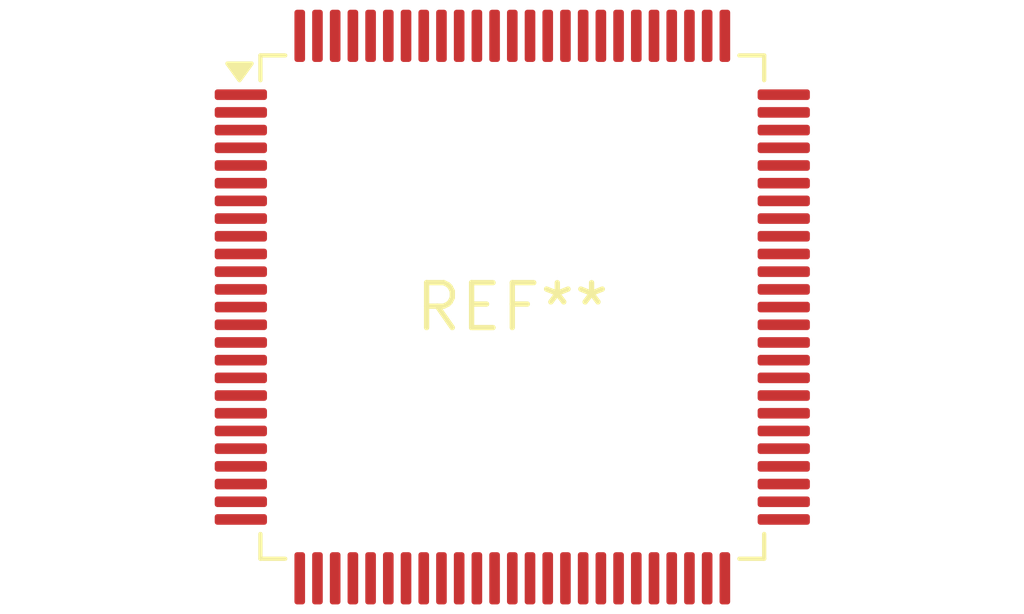
<source format=kicad_pcb>
(kicad_pcb (version 20240108) (generator pcbnew)
  (layers (0 "F.Cu" signal) (31 "B.Cu" signal) (34 "B.Paste" user) (35 "F.Paste" user) (36 "B.SilkS" user "B.Silkscreen") (37 "F.SilkS" user "F.Silkscreen") (38 "B.Mask" user) (39 "F.Mask" user) (44 "Edge.Cuts" user))
  (net 0 "")
  (footprint "TQFP-100_14x14mm_P0.5mm" (layer "F.Cu") (at 0 0)
    (property "Reference" "REF**")
    (property "Value" "TQFP-100_14x14mm_P0.5mm")
    (fp_line (start -7.11 -7.11) (end -7.11 -6.41) (layer "F.SilkS") (stroke (width 0.12)))
    (fp_line (start -7.11 7.11) (end -7.11 6.41) (layer "F.SilkS") (stroke (width 0.12)))
    (fp_line (start -6.41 -7.11) (end -7.11 -7.11) (layer "F.SilkS") (stroke (width 0.12)))
    (fp_line (start -6.41 7.11) (end -7.11 7.11) (layer "F.SilkS") (stroke (width 0.12)))
    (fp_line (start 6.41 -7.11) (end 7.11 -7.11) (layer "F.SilkS") (stroke (width 0.12)))
    (fp_line (start 6.41 7.11) (end 7.11 7.11) (layer "F.SilkS") (stroke (width 0.12)))
    (fp_line (start 7.11 -7.11) (end 7.11 -6.41) (layer "F.SilkS") (stroke (width 0.12)))
    (fp_line (start 7.11 7.11) (end 7.11 6.41) (layer "F.SilkS") (stroke (width 0.12)))
    (fp_poly (pts (xy -7.7 -6.41) (xy -8.04 -6.88) (xy -7.36 -6.88) (xy -7.7 -6.41)) (layer "F.SilkS") (stroke (width 0.12)) (fill solid))
    (pad "1" smd roundrect (at -7.6625 -6) (size 1.475 0.3) (layers "F.Cu" "F.Paste" "F.Mask"))
    (pad "2" smd roundrect (at -7.6625 -5.5) (size 1.475 0.3) (layers "F.Cu" "F.Paste" "F.Mask"))
    (pad "3" smd roundrect (at -7.6625 -5) (size 1.475 0.3) (layers "F.Cu" "F.Paste" "F.Mask"))
    (pad "4" smd roundrect (at -7.6625 -4.5) (size 1.475 0.3) (layers "F.Cu" "F.Paste" "F.Mask"))
    (pad "5" smd roundrect (at -7.6625 -4) (size 1.475 0.3) (layers "F.Cu" "F.Paste" "F.Mask"))
    (pad "6" smd roundrect (at -7.6625 -3.5) (size 1.475 0.3) (layers "F.Cu" "F.Paste" "F.Mask"))
    (pad "7" smd roundrect (at -7.6625 -3) (size 1.475 0.3) (layers "F.Cu" "F.Paste" "F.Mask"))
    (pad "8" smd roundrect (at -7.6625 -2.5) (size 1.475 0.3) (layers "F.Cu" "F.Paste" "F.Mask"))
    (pad "9" smd roundrect (at -7.6625 -2) (size 1.475 0.3) (layers "F.Cu" "F.Paste" "F.Mask"))
    (pad "10" smd roundrect (at -7.6625 -1.5) (size 1.475 0.3) (layers "F.Cu" "F.Paste" "F.Mask"))
    (pad "11" smd roundrect (at -7.6625 -1) (size 1.475 0.3) (layers "F.Cu" "F.Paste" "F.Mask"))
    (pad "12" smd roundrect (at -7.6625 -0.5) (size 1.475 0.3) (layers "F.Cu" "F.Paste" "F.Mask"))
    (pad "13" smd roundrect (at -7.6625 0) (size 1.475 0.3) (layers "F.Cu" "F.Paste" "F.Mask"))
    (pad "14" smd roundrect (at -7.6625 0.5) (size 1.475 0.3) (layers "F.Cu" "F.Paste" "F.Mask"))
    (pad "15" smd roundrect (at -7.6625 1) (size 1.475 0.3) (layers "F.Cu" "F.Paste" "F.Mask"))
    (pad "16" smd roundrect (at -7.6625 1.5) (size 1.475 0.3) (layers "F.Cu" "F.Paste" "F.Mask"))
    (pad "17" smd roundrect (at -7.6625 2) (size 1.475 0.3) (layers "F.Cu" "F.Paste" "F.Mask"))
    (pad "18" smd roundrect (at -7.6625 2.5) (size 1.475 0.3) (layers "F.Cu" "F.Paste" "F.Mask"))
    (pad "19" smd roundrect (at -7.6625 3) (size 1.475 0.3) (layers "F.Cu" "F.Paste" "F.Mask"))
    (pad "20" smd roundrect (at -7.6625 3.5) (size 1.475 0.3) (layers "F.Cu" "F.Paste" "F.Mask"))
    (pad "21" smd roundrect (at -7.6625 4) (size 1.475 0.3) (layers "F.Cu" "F.Paste" "F.Mask"))
    (pad "22" smd roundrect (at -7.6625 4.5) (size 1.475 0.3) (layers "F.Cu" "F.Paste" "F.Mask"))
    (pad "23" smd roundrect (at -7.6625 5) (size 1.475 0.3) (layers "F.Cu" "F.Paste" "F.Mask"))
    (pad "24" smd roundrect (at -7.6625 5.5) (size 1.475 0.3) (layers "F.Cu" "F.Paste" "F.Mask"))
    (pad "25" smd roundrect (at -7.6625 6) (size 1.475 0.3) (layers "F.Cu" "F.Paste" "F.Mask"))
    (pad "26" smd roundrect (at -6 7.6625) (size 0.3 1.475) (layers "F.Cu" "F.Paste" "F.Mask"))
    (pad "27" smd roundrect (at -5.5 7.6625) (size 0.3 1.475) (layers "F.Cu" "F.Paste" "F.Mask"))
    (pad "28" smd roundrect (at -5 7.6625) (size 0.3 1.475) (layers "F.Cu" "F.Paste" "F.Mask"))
    (pad "29" smd roundrect (at -4.5 7.6625) (size 0.3 1.475) (layers "F.Cu" "F.Paste" "F.Mask"))
    (pad "30" smd roundrect (at -4 7.6625) (size 0.3 1.475) (layers "F.Cu" "F.Paste" "F.Mask"))
    (pad "31" smd roundrect (at -3.5 7.6625) (size 0.3 1.475) (layers "F.Cu" "F.Paste" "F.Mask"))
    (pad "32" smd roundrect (at -3 7.6625) (size 0.3 1.475) (layers "F.Cu" "F.Paste" "F.Mask"))
    (pad "33" smd roundrect (at -2.5 7.6625) (size 0.3 1.475) (layers "F.Cu" "F.Paste" "F.Mask"))
    (pad "34" smd roundrect (at -2 7.6625) (size 0.3 1.475) (layers "F.Cu" "F.Paste" "F.Mask"))
    (pad "35" smd roundrect (at -1.5 7.6625) (size 0.3 1.475) (layers "F.Cu" "F.Paste" "F.Mask"))
    (pad "36" smd roundrect (at -1 7.6625) (size 0.3 1.475) (layers "F.Cu" "F.Paste" "F.Mask"))
    (pad "37" smd roundrect (at -0.5 7.6625) (size 0.3 1.475) (layers "F.Cu" "F.Paste" "F.Mask"))
    (pad "38" smd roundrect (at 0 7.6625) (size 0.3 1.475) (layers "F.Cu" "F.Paste" "F.Mask"))
    (pad "39" smd roundrect (at 0.5 7.6625) (size 0.3 1.475) (layers "F.Cu" "F.Paste" "F.Mask"))
    (pad "40" smd roundrect (at 1 7.6625) (size 0.3 1.475) (layers "F.Cu" "F.Paste" "F.Mask"))
    (pad "41" smd roundrect (at 1.5 7.6625) (size 0.3 1.475) (layers "F.Cu" "F.Paste" "F.Mask"))
    (pad "42" smd roundrect (at 2 7.6625) (size 0.3 1.475) (layers "F.Cu" "F.Paste" "F.Mask"))
    (pad "43" smd roundrect (at 2.5 7.6625) (size 0.3 1.475) (layers "F.Cu" "F.Paste" "F.Mask"))
    (pad "44" smd roundrect (at 3 7.6625) (size 0.3 1.475) (layers "F.Cu" "F.Paste" "F.Mask"))
    (pad "45" smd roundrect (at 3.5 7.6625) (size 0.3 1.475) (layers "F.Cu" "F.Paste" "F.Mask"))
    (pad "46" smd roundrect (at 4 7.6625) (size 0.3 1.475) (layers "F.Cu" "F.Paste" "F.Mask"))
    (pad "47" smd roundrect (at 4.5 7.6625) (size 0.3 1.475) (layers "F.Cu" "F.Paste" "F.Mask"))
    (pad "48" smd roundrect (at 5 7.6625) (size 0.3 1.475) (layers "F.Cu" "F.Paste" "F.Mask"))
    (pad "49" smd roundrect (at 5.5 7.6625) (size 0.3 1.475) (layers "F.Cu" "F.Paste" "F.Mask"))
    (pad "50" smd roundrect (at 6 7.6625) (size 0.3 1.475) (layers "F.Cu" "F.Paste" "F.Mask"))
    (pad "51" smd roundrect (at 7.6625 6) (size 1.475 0.3) (layers "F.Cu" "F.Paste" "F.Mask"))
    (pad "52" smd roundrect (at 7.6625 5.5) (size 1.475 0.3) (layers "F.Cu" "F.Paste" "F.Mask"))
    (pad "53" smd roundrect (at 7.6625 5) (size 1.475 0.3) (layers "F.Cu" "F.Paste" "F.Mask"))
    (pad "54" smd roundrect (at 7.6625 4.5) (size 1.475 0.3) (layers "F.Cu" "F.Paste" "F.Mask"))
    (pad "55" smd roundrect (at 7.6625 4) (size 1.475 0.3) (layers "F.Cu" "F.Paste" "F.Mask"))
    (pad "56" smd roundrect (at 7.6625 3.5) (size 1.475 0.3) (layers "F.Cu" "F.Paste" "F.Mask"))
    (pad "57" smd roundrect (at 7.6625 3) (size 1.475 0.3) (layers "F.Cu" "F.Paste" "F.Mask"))
    (pad "58" smd roundrect (at 7.6625 2.5) (size 1.475 0.3) (layers "F.Cu" "F.Paste" "F.Mask"))
    (pad "59" smd roundrect (at 7.6625 2) (size 1.475 0.3) (layers "F.Cu" "F.Paste" "F.Mask"))
    (pad "60" smd roundrect (at 7.6625 1.5) (size 1.475 0.3) (layers "F.Cu" "F.Paste" "F.Mask"))
    (pad "61" smd roundrect (at 7.6625 1) (size 1.475 0.3) (layers "F.Cu" "F.Paste" "F.Mask"))
    (pad "62" smd roundrect (at 7.6625 0.5) (size 1.475 0.3) (layers "F.Cu" "F.Paste" "F.Mask"))
    (pad "63" smd roundrect (at 7.6625 0) (size 1.475 0.3) (layers "F.Cu" "F.Paste" "F.Mask"))
    (pad "64" smd roundrect (at 7.6625 -0.5) (size 1.475 0.3) (layers "F.Cu" "F.Paste" "F.Mask"))
    (pad "65" smd roundrect (at 7.6625 -1) (size 1.475 0.3) (layers "F.Cu" "F.Paste" "F.Mask"))
    (pad "66" smd roundrect (at 7.6625 -1.5) (size 1.475 0.3) (layers "F.Cu" "F.Paste" "F.Mask"))
    (pad "67" smd roundrect (at 7.6625 -2) (size 1.475 0.3) (layers "F.Cu" "F.Paste" "F.Mask"))
    (pad "68" smd roundrect (at 7.6625 -2.5) (size 1.475 0.3) (layers "F.Cu" "F.Paste" "F.Mask"))
    (pad "69" smd roundrect (at 7.6625 -3) (size 1.475 0.3) (layers "F.Cu" "F.Paste" "F.Mask"))
    (pad "70" smd roundrect (at 7.6625 -3.5) (size 1.475 0.3) (layers "F.Cu" "F.Paste" "F.Mask"))
    (pad "71" smd roundrect (at 7.6625 -4) (size 1.475 0.3) (layers "F.Cu" "F.Paste" "F.Mask"))
    (pad "72" smd roundrect (at 7.6625 -4.5) (size 1.475 0.3) (layers "F.Cu" "F.Paste" "F.Mask"))
    (pad "73" smd roundrect (at 7.6625 -5) (size 1.475 0.3) (layers "F.Cu" "F.Paste" "F.Mask"))
    (pad "74" smd roundrect (at 7.6625 -5.5) (size 1.475 0.3) (layers "F.Cu" "F.Paste" "F.Mask"))
    (pad "75" smd roundrect (at 7.6625 -6) (size 1.475 0.3) (layers "F.Cu" "F.Paste" "F.Mask"))
    (pad "76" smd roundrect (at 6 -7.6625) (size 0.3 1.475) (layers "F.Cu" "F.Paste" "F.Mask"))
    (pad "77" smd roundrect (at 5.5 -7.6625) (size 0.3 1.475) (layers "F.Cu" "F.Paste" "F.Mask"))
    (pad "78" smd roundrect (at 5 -7.6625) (size 0.3 1.475) (layers "F.Cu" "F.Paste" "F.Mask"))
    (pad "79" smd roundrect (at 4.5 -7.6625) (size 0.3 1.475) (layers "F.Cu" "F.Paste" "F.Mask"))
    (pad "80" smd roundrect (at 4 -7.6625) (size 0.3 1.475) (layers "F.Cu" "F.Paste" "F.Mask"))
    (pad "81" smd roundrect (at 3.5 -7.6625) (size 0.3 1.475) (layers "F.Cu" "F.Paste" "F.Mask"))
    (pad "82" smd roundrect (at 3 -7.6625) (size 0.3 1.475) (layers "F.Cu" "F.Paste" "F.Mask"))
    (pad "83" smd roundrect (at 2.5 -7.6625) (size 0.3 1.475) (layers "F.Cu" "F.Paste" "F.Mask"))
    (pad "84" smd roundrect (at 2 -7.6625) (size 0.3 1.475) (layers "F.Cu" "F.Paste" "F.Mask"))
    (pad "85" smd roundrect (at 1.5 -7.6625) (size 0.3 1.475) (layers "F.Cu" "F.Paste" "F.Mask"))
    (pad "86" smd roundrect (at 1 -7.6625) (size 0.3 1.475) (layers "F.Cu" "F.Paste" "F.Mask"))
    (pad "87" smd roundrect (at 0.5 -7.6625) (size 0.3 1.475) (layers "F.Cu" "F.Paste" "F.Mask"))
    (pad "88" smd roundrect (at 0 -7.6625) (size 0.3 1.475) (layers "F.Cu" "F.Paste" "F.Mask"))
    (pad "89" smd roundrect (at -0.5 -7.6625) (size 0.3 1.475) (layers "F.Cu" "F.Paste" "F.Mask"))
    (pad "90" smd roundrect (at -1 -7.6625) (size 0.3 1.475) (layers "F.Cu" "F.Paste" "F.Mask"))
    (pad "91" smd roundrect (at -1.5 -7.6625) (size 0.3 1.475) (layers "F.Cu" "F.Paste" "F.Mask"))
    (pad "92" smd roundrect (at -2 -7.6625) (size 0.3 1.475) (layers "F.Cu" "F.Paste" "F.Mask"))
    (pad "93" smd roundrect (at -2.5 -7.6625) (size 0.3 1.475) (layers "F.Cu" "F.Paste" "F.Mask"))
    (pad "94" smd roundrect (at -3 -7.6625) (size 0.3 1.475) (layers "F.Cu" "F.Paste" "F.Mask"))
    (pad "95" smd roundrect (at -3.5 -7.6625) (size 0.3 1.475) (layers "F.Cu" "F.Paste" "F.Mask"))
    (pad "96" smd roundrect (at -4 -7.6625) (size 0.3 1.475) (layers "F.Cu" "F.Paste" "F.Mask"))
    (pad "97" smd roundrect (at -4.5 -7.6625) (size 0.3 1.475) (layers "F.Cu" "F.Paste" "F.Mask"))
    (pad "98" smd roundrect (at -5 -7.6625) (size 0.3 1.475) (layers "F.Cu" "F.Paste" "F.Mask"))
    (pad "99" smd roundrect (at -5.5 -7.6625) (size 0.3 1.475) (layers "F.Cu" "F.Paste" "F.Mask"))
    (pad "100" smd roundrect (at -6 -7.6625) (size 0.3 1.475) (layers "F.Cu" "F.Paste" "F.Mask"))
  )
)
</source>
